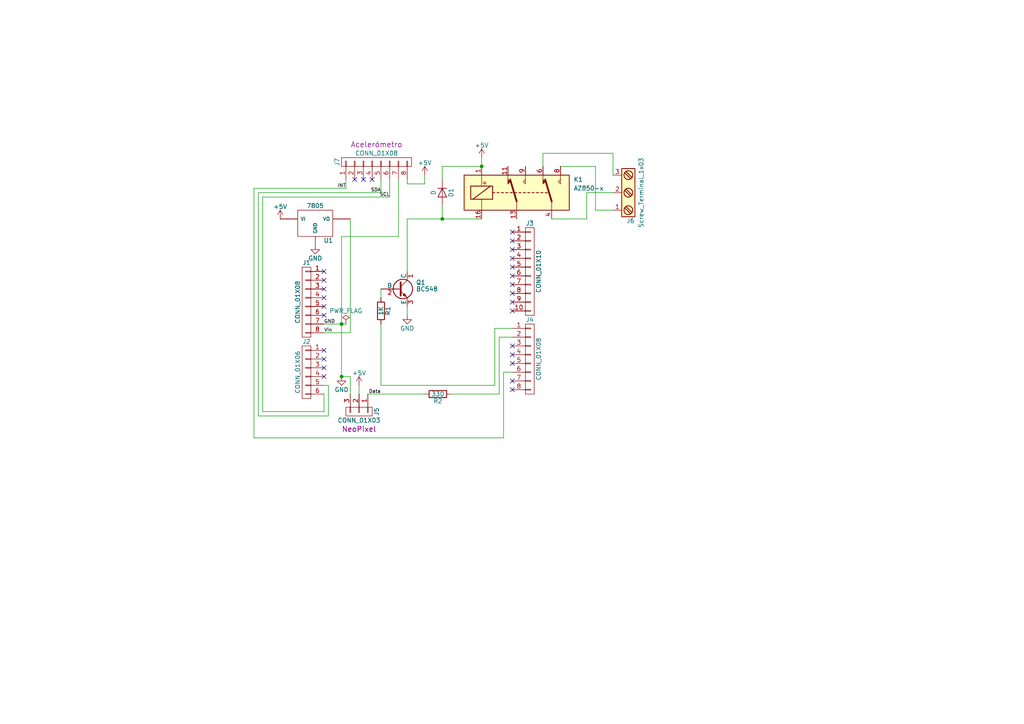
<source format=kicad_sch>
(kicad_sch (version 20230121) (generator eeschema)
  (paper "A4")
  (lib_symbols
    (symbol "7805:7805" (pin_numbers hide) (pin_names (offset 0.762))
      (property "Reference" "U" (at 3.81 -4.9784 0))
      (property "Value" "7805" (at 0 5.08 0))
      (symbol "7805_0_1"
        (rectangle (start -5.08 -3.81) (end 5.08 3.81))
      )
      (symbol "7805_1_1"
        (pin input line (at -10.16 1.27 0) (length 5.08) (name "VI") (number "1"))
        (pin input line (at 0 -6.35 90) (length 2.54) (name "GND") (number "2"))
        (pin power_out line (at 10.16 1.27 180) (length 5.08) (name "VO") (number "3"))
      )
    )
    (symbol "Shield-superior-rescue:+5V" (power) (pin_names (offset 0))
      (property "Value" "+5V" (at 0 3.556 0))
      (symbol "+5V_0_1"
        (polyline (pts (xy -0.762 1.27) (xy 0 2.54)))
        (polyline (pts (xy 0 0) (xy 0 2.54)))
        (polyline (pts (xy 0 2.54) (xy 0.762 1.27)))
      )
      (symbol "+5V_1_1"
        (pin power_in line (at 0 0 90) (length 0) hide (name "+5V") (number "1"))
      )
    )
    (symbol "Shield-superior-rescue:AZ850-x-RESCUE-Shield_superior" (pin_names (offset 1.016))
      (property "Reference" "K" (at 16.51 3.81 0))
      (property "Value" "AZ850-x-RESCUE-Shield_superior" (at 16.51 1.27 0))
      (symbol "AZ850-x-RESCUE-Shield_superior_0_1"
        (rectangle (start -15.24 5.08) (end 15.24 -5.08) (stroke (width 0.254)) (fill (type background)))
        (rectangle (start -13.335 1.905) (end -6.985 -1.905) (stroke (width 0.254)))
        (polyline (pts (xy -12.7 -1.905) (xy -7.62 1.905)) (stroke (width 0.254)))
        (polyline (pts (xy -10.16 -5.08) (xy -10.16 -1.905)))
        (polyline (pts (xy -10.16 5.08) (xy -10.16 1.905)))
        (polyline (pts (xy -9.779 2.794) (xy -8.763 2.794)))
        (polyline (pts (xy -9.271 3.302) (xy -9.271 2.286)))
        (polyline (pts (xy -6.985 0) (xy -6.35 0)) (stroke (width 0.254)))
        (polyline (pts (xy -5.715 0) (xy -5.08 0)) (stroke (width 0.254)))
        (polyline (pts (xy -4.445 0) (xy -3.81 0)) (stroke (width 0.254)))
        (polyline (pts (xy -3.175 0) (xy -2.54 0)) (stroke (width 0.254)))
        (polyline (pts (xy -2.54 2.54) (xy -2.54 5.08)))
        (polyline (pts (xy -1.905 0) (xy -1.27 0)) (stroke (width 0.254)))
        (polyline (pts (xy -0.635 0) (xy 0 0)) (stroke (width 0.254)))
        (polyline (pts (xy 0 -2.54) (xy -1.905 3.81)) (stroke (width 0.508)))
        (polyline (pts (xy 0 -2.54) (xy 0 -5.08)))
        (polyline (pts (xy 0.635 0) (xy 1.27 0)) (stroke (width 0.254)))
        (polyline (pts (xy 1.905 0) (xy 2.54 0)) (stroke (width 0.254)))
        (polyline (pts (xy 2.54 2.54) (xy 2.54 5.08)))
        (polyline (pts (xy 3.175 0) (xy 3.81 0)) (stroke (width 0.254)))
        (polyline (pts (xy 4.445 0) (xy 5.08 0)) (stroke (width 0.254)))
        (polyline (pts (xy 5.715 0) (xy 6.35 0)) (stroke (width 0.254)))
        (polyline (pts (xy 6.985 0) (xy 7.62 0)) (stroke (width 0.254)))
        (polyline (pts (xy 7.62 2.54) (xy 7.62 5.08)))
        (polyline (pts (xy 8.255 0) (xy 8.89 0)) (stroke (width 0.254)))
        (polyline (pts (xy 10.16 -2.54) (xy 8.255 3.81)) (stroke (width 0.508)))
        (polyline (pts (xy 10.16 -2.54) (xy 10.16 -5.08)))
        (polyline (pts (xy 12.7 2.54) (xy 12.7 5.08)))
        (polyline (pts (xy -2.54 2.54) (xy -1.905 3.175) (xy -2.54 3.81)) (fill (type outline)))
        (polyline (pts (xy 2.54 2.54) (xy 1.905 3.175) (xy 2.54 3.81)))
        (polyline (pts (xy 7.62 2.54) (xy 8.255 3.175) (xy 7.62 3.81)) (fill (type outline)))
        (polyline (pts (xy 12.7 2.54) (xy 12.065 3.175) (xy 12.7 3.81)))
      )
      (symbol "AZ850-x-RESCUE-Shield_superior_1_1"
        (pin passive line (at -10.16 7.62 270) (length 2.54) (name "~") (number "1"))
        (pin passive line (at -2.54 7.62 270) (length 2.54) (name "~") (number "11"))
        (pin passive line (at 0 -7.62 90) (length 2.54) (name "~") (number "13"))
        (pin passive line (at -10.16 -7.62 90) (length 2.54) (name "~") (number "16"))
        (pin passive line (at 10.16 -7.62 90) (length 2.54) (name "~") (number "4"))
        (pin passive line (at 7.62 7.62 270) (length 2.54) (name "~") (number "6"))
        (pin passive line (at 12.7 7.62 270) (length 2.54) (name "~") (number "8"))
        (pin passive line (at 2.54 7.62 270) (length 2.54) (name "~") (number "9"))
      )
    )
    (symbol "Shield-superior-rescue:BC548" (pin_names (offset 0))
      (property "Reference" "Q" (at 5.08 1.905 0))
      (property "Value" "BC548" (at 5.08 0 0))
      (symbol "BC548_0_1"
        (polyline (pts (xy 0 0) (xy 0.635 0)))
        (polyline (pts (xy 0.635 0.635) (xy 2.54 2.54)))
        (polyline (pts (xy 0.635 -0.635) (xy 2.54 -2.54) (xy 2.54 -2.54)))
        (polyline (pts (xy 0.635 1.905) (xy 0.635 -1.905) (xy 0.635 -1.905)) (stroke (width 0.508)))
        (polyline (pts (xy 1.27 -1.778) (xy 1.778 -1.27) (xy 2.286 -2.286) (xy 1.27 -1.778) (xy 1.27 -1.778)) (fill (type outline)))
        (circle (center 1.27 0) (radius 2.8194) (stroke (width 0.254)))
      )
      (symbol "BC548_1_1"
        (pin passive line (at 2.54 5.08 270) (length 2.54) (name "C") (number "1"))
        (pin input line (at -5.08 0 0) (length 5.08) (name "B") (number "2"))
        (pin passive line (at 2.54 -5.08 90) (length 2.54) (name "E") (number "3"))
      )
    )
    (symbol "Shield-superior-rescue:CONN_01X03" (pin_names (offset 1.016) hide)
      (property "Reference" "J" (at 0 5.08 0))
      (property "Value" "CONN_01X03" (at 2.54 0 90))
      (symbol "CONN_01X03_0_1"
        (rectangle (start -1.27 -2.413) (end 0.254 -2.667))
        (rectangle (start -1.27 0.127) (end 0.254 -0.127))
        (rectangle (start -1.27 2.667) (end 0.254 2.413))
        (rectangle (start -1.27 3.81) (end 1.27 -3.81))
      )
      (symbol "CONN_01X03_1_1"
        (pin passive line (at -5.08 2.54 0) (length 3.81) (name "P1") (number "1"))
        (pin passive line (at -5.08 0 0) (length 3.81) (name "P2") (number "2"))
        (pin passive line (at -5.08 -2.54 0) (length 3.81) (name "P3") (number "3"))
      )
    )
    (symbol "Shield-superior-rescue:CONN_01X06" (pin_names (offset 1.016) hide)
      (property "Reference" "J" (at 0 8.89 0))
      (property "Value" "CONN_01X06" (at 2.54 0 90))
      (symbol "CONN_01X06_0_1"
        (rectangle (start -1.27 -6.223) (end 0.254 -6.477))
        (rectangle (start -1.27 -3.683) (end 0.254 -3.937))
        (rectangle (start -1.27 -1.143) (end 0.254 -1.397))
        (rectangle (start -1.27 1.397) (end 0.254 1.143))
        (rectangle (start -1.27 3.937) (end 0.254 3.683))
        (rectangle (start -1.27 6.477) (end 0.254 6.223))
        (rectangle (start -1.27 7.62) (end 1.27 -7.62))
      )
      (symbol "CONN_01X06_1_1"
        (pin passive line (at -5.08 6.35 0) (length 3.81) (name "P1") (number "1"))
        (pin passive line (at -5.08 3.81 0) (length 3.81) (name "P2") (number "2"))
        (pin passive line (at -5.08 1.27 0) (length 3.81) (name "P3") (number "3"))
        (pin passive line (at -5.08 -1.27 0) (length 3.81) (name "P4") (number "4"))
        (pin passive line (at -5.08 -3.81 0) (length 3.81) (name "P5") (number "5"))
        (pin passive line (at -5.08 -6.35 0) (length 3.81) (name "P6") (number "6"))
      )
    )
    (symbol "Shield-superior-rescue:CONN_01X08" (pin_names (offset 1.016) hide)
      (property "Reference" "J" (at 0 11.43 0))
      (property "Value" "CONN_01X08" (at 2.54 0 90))
      (symbol "CONN_01X08_0_1"
        (rectangle (start -1.27 -10.16) (end 1.27 10.16))
        (rectangle (start -1.27 -8.763) (end 0.254 -9.017))
        (rectangle (start -1.27 -6.223) (end 0.254 -6.477))
        (rectangle (start -1.27 -3.683) (end 0.254 -3.937))
        (rectangle (start -1.27 -1.143) (end 0.254 -1.397))
        (rectangle (start -1.27 1.397) (end 0.254 1.143))
        (rectangle (start -1.27 3.937) (end 0.254 3.683))
        (rectangle (start -1.27 6.477) (end 0.254 6.223))
        (rectangle (start -1.27 9.017) (end 0.254 8.763))
      )
      (symbol "CONN_01X08_1_1"
        (pin passive line (at -5.08 8.89 0) (length 3.81) (name "P1") (number "1"))
        (pin passive line (at -5.08 6.35 0) (length 3.81) (name "P2") (number "2"))
        (pin passive line (at -5.08 3.81 0) (length 3.81) (name "P3") (number "3"))
        (pin passive line (at -5.08 1.27 0) (length 3.81) (name "P4") (number "4"))
        (pin passive line (at -5.08 -1.27 0) (length 3.81) (name "P5") (number "5"))
        (pin passive line (at -5.08 -3.81 0) (length 3.81) (name "P6") (number "6"))
        (pin passive line (at -5.08 -6.35 0) (length 3.81) (name "P7") (number "7"))
        (pin passive line (at -5.08 -8.89 0) (length 3.81) (name "P8") (number "8"))
      )
    )
    (symbol "Shield-superior-rescue:CONN_01X10" (pin_names (offset 1.016) hide)
      (property "Reference" "J" (at 0 13.97 0))
      (property "Value" "CONN_01X10" (at 2.54 0 90))
      (symbol "CONN_01X10_0_1"
        (rectangle (start -1.27 -11.303) (end 0.254 -11.557))
        (rectangle (start -1.27 -8.763) (end 0.254 -9.017))
        (rectangle (start -1.27 -6.223) (end 0.254 -6.477))
        (rectangle (start -1.27 -3.683) (end 0.254 -3.937))
        (rectangle (start -1.27 -1.143) (end 0.254 -1.397))
        (rectangle (start -1.27 1.397) (end 0.254 1.143))
        (rectangle (start -1.27 3.937) (end 0.254 3.683))
        (rectangle (start -1.27 6.477) (end 0.254 6.223))
        (rectangle (start -1.27 9.017) (end 0.254 8.763))
        (rectangle (start -1.27 11.557) (end 0.254 11.303))
        (rectangle (start -1.27 12.7) (end 1.27 -12.7))
      )
      (symbol "CONN_01X10_1_1"
        (pin passive line (at -5.08 11.43 0) (length 3.81) (name "P1") (number "1"))
        (pin passive line (at -5.08 -11.43 0) (length 3.81) (name "P10") (number "10"))
        (pin passive line (at -5.08 8.89 0) (length 3.81) (name "P2") (number "2"))
        (pin passive line (at -5.08 6.35 0) (length 3.81) (name "P3") (number "3"))
        (pin passive line (at -5.08 3.81 0) (length 3.81) (name "P4") (number "4"))
        (pin passive line (at -5.08 1.27 0) (length 3.81) (name "P5") (number "5"))
        (pin passive line (at -5.08 -1.27 0) (length 3.81) (name "P6") (number "6"))
        (pin passive line (at -5.08 -3.81 0) (length 3.81) (name "P7") (number "7"))
        (pin passive line (at -5.08 -6.35 0) (length 3.81) (name "P8") (number "8"))
        (pin passive line (at -5.08 -8.89 0) (length 3.81) (name "P9") (number "9"))
      )
    )
    (symbol "Shield-superior-rescue:D" (pin_numbers hide) (pin_names (offset 1.016) hide)
      (property "Reference" "D" (at 0 2.54 0))
      (property "Value" "D" (at 0 -2.54 0))
      (symbol "D_0_1"
        (polyline (pts (xy -1.27 1.27) (xy -1.27 -1.27)) (stroke (width 0.2032)))
        (polyline (pts (xy 1.27 0) (xy -1.27 0)))
        (polyline (pts (xy 1.27 1.27) (xy 1.27 -1.27) (xy -1.27 0) (xy 1.27 1.27)) (stroke (width 0.2032)))
      )
      (symbol "D_1_1"
        (pin passive line (at -3.81 0 0) (length 2.54) (name "K") (number "1"))
        (pin passive line (at 3.81 0 180) (length 2.54) (name "A") (number "2"))
      )
    )
    (symbol "Shield-superior-rescue:GND" (power) (pin_names (offset 0))
      (property "Value" "GND" (at 0 -3.81 0))
      (symbol "GND_0_1"
        (polyline (pts (xy 0 0) (xy 0 -1.27) (xy 1.27 -1.27) (xy 0 -2.54) (xy -1.27 -1.27) (xy 0 -1.27)))
      )
      (symbol "GND_1_1"
        (pin power_in line (at 0 0 270) (length 0) hide (name "GND") (number "1"))
      )
    )
    (symbol "Shield-superior-rescue:PWR_FLAG" (power) (pin_numbers hide) (pin_names (offset 0) hide)
      (property "Value" "PWR_FLAG" (at 0 3.81 0))
      (symbol "PWR_FLAG_0_0"
        (pin power_out line (at 0 0 90) (length 0) (name "pwr") (number "1"))
      )
      (symbol "PWR_FLAG_0_1"
        (polyline (pts (xy 0 0) (xy 0 1.27) (xy -1.016 1.905) (xy 0 2.54) (xy 1.016 1.905) (xy 0 1.27)))
      )
    )
    (symbol "Shield-superior-rescue:R" (pin_numbers hide) (pin_names (offset 0))
      (property "Reference" "R" (at 2.032 0 90))
      (property "Value" "R" (at 0 0 90))
      (symbol "R_0_1"
        (rectangle (start -1.016 -2.54) (end 1.016 2.54) (stroke (width 0.254)))
      )
      (symbol "R_1_1"
        (pin passive line (at 0 3.81 270) (length 1.27) (name "~") (number "1"))
        (pin passive line (at 0 -3.81 90) (length 1.27) (name "~") (number "2"))
      )
    )
    (symbol "Shield-superior-rescue:Screw_Terminal_1x03" (pin_names (offset 0.762) hide)
      (property "Reference" "J" (at 0 8.89 0))
      (property "Value" "Screw_Terminal_1x03" (at -3.81 0 90))
      (symbol "Screw_Terminal_1x03_0_1"
        (rectangle (start -1.27 6.985) (end 2.54 -6.985) (stroke (width 0.254)) (fill (type background)))
        (polyline (pts (xy -0.381 0.635) (xy 1.27 -1.016)) (stroke (width 0.254)))
        (polyline (pts (xy 0 -4.064) (xy 1.651 -5.715)) (stroke (width 0.254)))
        (polyline (pts (xy 0 6.096) (xy 1.651 4.445)) (stroke (width 0.254)))
        (polyline (pts (xy 1.27 -6.096) (xy -0.381 -4.445)) (stroke (width 0.254)))
        (polyline (pts (xy 1.27 4.064) (xy -0.381 5.715)) (stroke (width 0.254)))
        (polyline (pts (xy 1.651 -0.635) (xy 0 1.016)) (stroke (width 0.254)))
        (circle (center 0.635 -5.08) (radius 1.27) (stroke (width 0.254)))
        (circle (center 0.635 0) (radius 1.27) (stroke (width 0.254)))
        (circle (center 0.635 5.08) (radius 1.27) (stroke (width 0.254)))
      )
      (symbol "Screw_Terminal_1x03_1_1"
        (pin passive line (at 5.08 5.08 180) (length 2.54) (name "~") (number "1"))
        (pin passive line (at 5.08 0 180) (length 2.54) (name "~") (number "2"))
        (pin passive line (at 5.08 -5.08 180) (length 2.54) (name "~") (number "3"))
      )
    )
  )
  (junction (at 139.7 48.26))
  (junction (at 99.06 109.22))
  (junction (at 128.27 63.5))
  (junction (at 99.06 93.98))
  (no_connect (at 148.59 90.17))
  (no_connect (at 148.59 74.93))
  (no_connect (at 93.98 86.36))
  (no_connect (at 107.95 52.07))
  (no_connect (at 93.98 88.9))
  (no_connect (at 148.59 69.85))
  (no_connect (at 93.98 106.68))
  (no_connect (at 148.59 105.41))
  (no_connect (at 148.59 87.63))
  (no_connect (at 148.59 102.87))
  (no_connect (at 148.59 100.33))
  (no_connect (at 148.59 85.09))
  (no_connect (at 102.87 52.07))
  (no_connect (at 148.59 67.31))
  (no_connect (at 148.59 113.03))
  (no_connect (at 148.59 72.39))
  (no_connect (at 93.98 101.6))
  (no_connect (at 148.59 110.49))
  (no_connect (at 148.59 82.55))
  (no_connect (at 93.98 104.14))
  (no_connect (at 93.98 78.74))
  (no_connect (at 148.59 77.47))
  (no_connect (at 93.98 81.28))
  (no_connect (at 105.41 52.07))
  (no_connect (at 93.98 91.44))
  (no_connect (at 148.59 80.01))
  (no_connect (at 93.98 83.82))
  (no_connect (at 93.98 109.22))
  (wire (pts (xy 146.05 107.95) (xy 146.05 127)))
  (wire (pts (xy 99.06 109.22) (xy 101.6 109.22)))
  (wire (pts (xy 73.66 127) (xy 146.05 127)))
  (wire (pts (xy 128.27 48.26) (xy 139.7 48.26)))
  (wire (pts (xy 93.98 111.76) (xy 95.25 111.76)))
  (wire (pts (xy 123.19 53.34) (xy 123.19 50.8)))
  (wire (pts (xy 115.57 52.07) (xy 115.57 68.58)))
  (wire (pts (xy 172.72 60.96) (xy 172.72 48.26)))
  (wire (pts (xy 177.8 50.8) (xy 177.8 44.45)))
  (wire (pts (xy 99.06 93.98) (xy 99.06 109.22)))
  (wire (pts (xy 99.06 93.98) (xy 100.33 93.98)))
  (wire (pts (xy 93.98 119.38) (xy 93.98 114.3)))
  (wire (pts (xy 144.78 114.3) (xy 144.78 97.79)))
  (wire (pts (xy 177.8 44.45) (xy 157.48 44.45)))
  (wire (pts (xy 110.49 93.98) (xy 110.49 111.76)))
  (wire (pts (xy 118.11 52.07) (xy 118.11 53.34)))
  (wire (pts (xy 74.93 120.65) (xy 74.93 55.88)))
  (wire (pts (xy 113.03 57.15) (xy 76.2 57.15)))
  (wire (pts (xy 139.7 48.26) (xy 139.7 45.72)))
  (wire (pts (xy 118.11 63.5) (xy 128.27 63.5)))
  (wire (pts (xy 100.33 54.61) (xy 73.66 54.61)))
  (wire (pts (xy 157.48 44.45) (xy 157.48 48.26)))
  (wire (pts (xy 148.59 107.95) (xy 146.05 107.95)))
  (wire (pts (xy 101.6 63.5) (xy 101.6 96.52)))
  (wire (pts (xy 170.18 55.88) (xy 170.18 63.5)))
  (wire (pts (xy 143.51 111.76) (xy 110.49 111.76)))
  (wire (pts (xy 128.27 52.07) (xy 128.27 48.26)))
  (wire (pts (xy 172.72 60.96) (xy 177.8 60.96)))
  (wire (pts (xy 110.49 55.88) (xy 110.49 52.07)))
  (wire (pts (xy 95.25 120.65) (xy 74.93 120.65)))
  (wire (pts (xy 118.11 78.74) (xy 118.11 63.5)))
  (wire (pts (xy 99.06 68.58) (xy 99.06 93.98)))
  (wire (pts (xy 144.78 97.79) (xy 148.59 97.79)))
  (wire (pts (xy 177.8 55.88) (xy 170.18 55.88)))
  (wire (pts (xy 128.27 63.5) (xy 139.7 63.5)))
  (wire (pts (xy 143.51 95.25) (xy 143.51 111.76)))
  (wire (pts (xy 101.6 109.22) (xy 101.6 114.3)))
  (wire (pts (xy 130.81 114.3) (xy 144.78 114.3)))
  (wire (pts (xy 93.98 93.98) (xy 99.06 93.98)))
  (wire (pts (xy 148.59 95.25) (xy 143.51 95.25)))
  (wire (pts (xy 115.57 68.58) (xy 99.06 68.58)))
  (wire (pts (xy 101.6 96.52) (xy 93.98 96.52)))
  (wire (pts (xy 95.25 111.76) (xy 95.25 120.65)))
  (wire (pts (xy 76.2 119.38) (xy 93.98 119.38)))
  (wire (pts (xy 123.19 114.3) (xy 106.68 114.3)))
  (wire (pts (xy 73.66 54.61) (xy 73.66 127)))
  (wire (pts (xy 110.49 83.82) (xy 110.49 86.36)))
  (wire (pts (xy 128.27 59.69) (xy 128.27 63.5)))
  (wire (pts (xy 104.14 114.3) (xy 104.14 111.76)))
  (wire (pts (xy 172.72 48.26) (xy 162.56 48.26)))
  (wire (pts (xy 76.2 57.15) (xy 76.2 119.38)))
  (wire (pts (xy 118.11 53.34) (xy 123.19 53.34)))
  (wire (pts (xy 170.18 63.5) (xy 160.02 63.5)))
  (wire (pts (xy 74.93 55.88) (xy 110.49 55.88)))
  (wire (pts (xy 113.03 52.07) (xy 113.03 57.15)))
  (wire (pts (xy 118.11 91.44) (xy 118.11 88.9)))
  (wire (pts (xy 100.33 52.07) (xy 100.33 54.61)))
  (label "GND" (at 93.98 93.98 0) (effects (font (size 0.9906 0.9906))))
  (label "SCL" (at 113.03 57.15 180) (effects (font (size 0.9906 0.9906))))
  (label "SDA" (at 110.49 55.88 180) (effects (font (size 0.9906 0.9906))))
  (label "Data" (at 110.49 114.3 180) (effects (font (size 0.9906 0.9906))))
  (label "INT" (at 100.33 54.61 180) (effects (font (size 0.9906 0.9906))))
  (label "Vin" (at 93.98 96.52 0) (effects (font (size 0.9906 0.9906))))
  (symbol (lib_id "Shield-superior-rescue:CONN_01X06") (at 88.9 107.95 0) (mirror y) (unit 1)
    (property "Reference" "J2" (at 88.9 99.06 0))
    (property "Value" "CONN_01X06" (at 86.36 107.95 90))
    (property "Footprint" "huellas:JST_EH_B06B-EH-A_06x2.50mm_Straight" (effects hide))
  )
  (symbol (lib_id "Shield-superior-rescue:CONN_01X08") (at 88.9 87.63 0) (mirror y) (unit 1)
    (property "Reference" "J1" (at 88.9 76.2 0))
    (property "Value" "CONN_01X08" (at 86.36 87.63 90))
    (property "Footprint" "huellas:JST_EH_B08B-EH-A_08x2.50mm_Straight" (effects hide))
  )
  (symbol (lib_id "Shield-superior-rescue:CONN_01X08") (at 153.67 104.14 0) (unit 1)
    (property "Reference" "J4" (at 153.67 92.71 0))
    (property "Value" "CONN_01X08" (at 156.21 104.14 90))
    (property "Footprint" "huellas:JST_EH_B08B-EH-A_08x2.50mm_Straight" (effects hide))
  )
  (symbol (lib_id "Shield-superior-rescue:CONN_01X10") (at 153.67 78.74 0) (unit 1)
    (property "Reference" "J3" (at 153.67 64.77 0))
    (property "Value" "CONN_01X10" (at 156.21 78.74 90))
    (property "Footprint" "huellas:JST_EH_B10B-EH-A_10x2.50mm_Straight" (effects hide))
  )
  (symbol (lib_id "Shield-superior-rescue:CONN_01X03") (at 104.14 119.38 270) (unit 1)
    (property "Reference" "J5" (at 109.22 119.38 0))
    (property "Value" "CONN_01X03" (at 104.14 121.92 90))
    (property "Footprint" "huellas:JST_EH_B03B-EH-A_03x2.50mm_Straight" (effects hide))
    (property "Campo4" "NeoPixel" (at 104.14 124.46 90) (effects (font (size 1.524 1.524))))
  )
  (symbol (lib_id "Shield-superior-rescue:Screw_Terminal_1x03") (at 182.88 55.88 180) (unit 1)
    (property "Reference" "J6" (at 182.88 64.77 0) (effects (justify top)))
    (property "Value" "Screw_Terminal_1x03" (at 186.69 55.88 90) (effects (justify top)))
    (property "Footprint" "huellas:TerminalBlock_Pheonix_MKDS1.5-3pol" (effects hide))
  )
  (symbol (lib_id "Shield-superior-rescue:CONN_01X08") (at 109.22 46.99 90) (unit 1)
    (property "Reference" "J7" (at 97.79 46.99 0))
    (property "Value" "CONN_01X08" (at 109.22 44.45 90))
    (property "Footprint" "huellas:JST_EH_B08B-EH-A_08x2.50mm_Straight" (effects hide))
    (property "Campo4" "Acelerómetro" (at 109.22 41.91 90) (effects (font (size 1.524 1.524))))
  )
  (symbol (lib_id "Shield-superior-rescue:D") (at 128.27 55.88 270) (unit 1)
    (property "Reference" "D1" (at 130.81 55.88 0))
    (property "Value" "D" (at 125.73 55.88 0))
    (property "Footprint" "huellas:D_5W_P10.16mm_Horizontal" (effects hide))
  )
  (symbol (lib_id "Shield-superior-rescue:BC548") (at 115.57 83.82 0) (unit 1)
    (property "Reference" "Q1" (at 120.65 81.915 0) (effects (justify left)))
    (property "Value" "BC548" (at 120.65 83.82 0) (effects (justify left)))
    (property "Footprint" "TO_SOT_Packages_THT:TO-92_Inline_Wide" (effects hide))
  )
  (symbol (lib_id "Shield-superior-rescue:R") (at 110.49 90.17 0) (unit 1)
    (property "Reference" "R1" (at 112.522 90.17 90))
    (property "Value" "1K" (at 110.49 90.17 90))
    (property "Footprint" "huellas:R_Axial_DIN0207_L6.3mm_D2.5mm_P7.62mm_Horizontal" (effects hide))
  )
  (symbol (lib_id "Shield-superior-rescue:+5V") (at 139.7 45.72 0) (unit 1)
    (property "Reference" "#PWR01" (effects hide))
    (property "Value" "+5V" (at 139.7 42.164 0))
  )
  (symbol (lib_id "Shield-superior-rescue:GND") (at 118.11 91.44 0) (unit 1)
    (property "Reference" "#PWR02" (effects hide))
    (property "Value" "GND" (at 118.11 95.25 0))
  )
  (symbol (lib_id "Shield-superior-rescue:+5V") (at 81.28 63.5 0) (unit 1)
    (property "Reference" "#PWR03" (effects hide))
    (property "Value" "+5V" (at 81.28 59.944 0))
  )
  (symbol (lib_id "Shield-superior-rescue:GND") (at 91.44 71.12 0) (unit 1)
    (property "Reference" "#PWR04" (effects hide))
    (property "Value" "GND" (at 91.44 74.93 0))
  )
  (symbol (lib_id "Shield-superior-rescue:GND") (at 99.06 109.22 0) (unit 1)
    (property "Reference" "#PWR05" (effects hide))
    (property "Value" "GND" (at 99.06 113.03 0))
  )
  (symbol (lib_id "Shield-superior-rescue:+5V") (at 104.14 111.76 0) (unit 1)
    (property "Reference" "#PWR06" (effects hide))
    (property "Value" "+5V" (at 104.14 108.204 0))
  )
  (symbol (lib_id "Shield-superior-rescue:+5V") (at 123.19 50.8 0) (unit 1)
    (property "Reference" "#PWR07" (effects hide))
    (property "Value" "+5V" (at 123.19 47.244 0))
  )
  (symbol (lib_id "Shield-superior-rescue:R") (at 127 114.3 270) (unit 1)
    (property "Reference" "R2" (at 127 116.332 90))
    (property "Value" "330" (at 127 114.3 90))
    (property "Footprint" "huellas:R_Axial_DIN0207_L6.3mm_D2.5mm_P7.62mm_Horizontal" (effects hide))
  )
  (symbol (lib_id "Shield-superior-rescue:PWR_FLAG") (at 100.33 93.98 0) (unit 1)
    (property "Reference" "#FLG08" (effects hide))
    (property "Value" "PWR_FLAG" (at 100.33 90.17 0))
  )
  (symbol (lib_id "Shield-superior-rescue:AZ850-x-RESCUE-Shield_superior") (at 149.86 55.88 0) (unit 1)
    (property "Reference" "K1" (at 166.37 52.07 0) (effects (justify left)))
    (property "Value" "AZ850-x" (at 166.37 54.61 0) (effects (justify left)))
    (property "Footprint" "huellas:Relay_THT_5V" (effects hide))
  )
  (symbol (lib_id "7805:7805") (at 91.44 64.77 0) (unit 1)
    (property "Reference" "U1" (at 95.25 69.7484 0))
    (property "Value" "7805" (at 91.44 59.69 0))
    (property "Footprint" "huellas:TO-92_Inline_Wide" (effects hide))
  )
)
</source>
